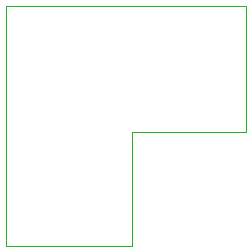
<source format=gm1>
%TF.GenerationSoftware,KiCad,Pcbnew,8.0.4*%
%TF.CreationDate,2024-08-03T19:15:57-04:00*%
%TF.ProjectId,ws2812b-corner-right,77733238-3132-4622-9d63-6f726e65722d,rev?*%
%TF.SameCoordinates,Original*%
%TF.FileFunction,Profile,NP*%
%FSLAX46Y46*%
G04 Gerber Fmt 4.6, Leading zero omitted, Abs format (unit mm)*
G04 Created by KiCad (PCBNEW 8.0.4) date 2024-08-03 19:15:57*
%MOMM*%
%LPD*%
G01*
G04 APERTURE LIST*
%TA.AperFunction,Profile*%
%ADD10C,0.050000*%
%TD*%
G04 APERTURE END LIST*
D10*
X167386000Y-81534000D02*
X157734000Y-81534000D01*
X147066000Y-91186000D02*
X147066000Y-70866000D01*
X147066000Y-70866000D02*
X167386000Y-70866000D01*
X157734000Y-91186000D02*
X147066000Y-91186000D01*
X167386000Y-70866000D02*
X167386000Y-81534000D01*
X157734000Y-81534000D02*
X157734000Y-91186000D01*
M02*

</source>
